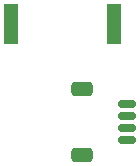
<source format=gbr>
%TF.GenerationSoftware,KiCad,Pcbnew,8.0.7*%
%TF.CreationDate,2025-01-22T04:17:01+01:00*%
%TF.ProjectId,beacon,62656163-6f6e-42e6-9b69-6361645f7063,rev?*%
%TF.SameCoordinates,Original*%
%TF.FileFunction,Paste,Bot*%
%TF.FilePolarity,Positive*%
%FSLAX46Y46*%
G04 Gerber Fmt 4.6, Leading zero omitted, Abs format (unit mm)*
G04 Created by KiCad (PCBNEW 8.0.7) date 2025-01-22 04:17:01*
%MOMM*%
%LPD*%
G01*
G04 APERTURE LIST*
G04 Aperture macros list*
%AMRoundRect*
0 Rectangle with rounded corners*
0 $1 Rounding radius*
0 $2 $3 $4 $5 $6 $7 $8 $9 X,Y pos of 4 corners*
0 Add a 4 corners polygon primitive as box body*
4,1,4,$2,$3,$4,$5,$6,$7,$8,$9,$2,$3,0*
0 Add four circle primitives for the rounded corners*
1,1,$1+$1,$2,$3*
1,1,$1+$1,$4,$5*
1,1,$1+$1,$6,$7*
1,1,$1+$1,$8,$9*
0 Add four rect primitives between the rounded corners*
20,1,$1+$1,$2,$3,$4,$5,0*
20,1,$1+$1,$4,$5,$6,$7,0*
20,1,$1+$1,$6,$7,$8,$9,0*
20,1,$1+$1,$8,$9,$2,$3,0*%
G04 Aperture macros list end*
%ADD10RoundRect,0.150000X0.625000X-0.150000X0.625000X0.150000X-0.625000X0.150000X-0.625000X-0.150000X0*%
%ADD11RoundRect,0.250000X0.650000X-0.350000X0.650000X0.350000X-0.650000X0.350000X-0.650000X-0.350000X0*%
%ADD12R,1.300000X3.400000*%
G04 APERTURE END LIST*
D10*
%TO.C,J1*%
X12500000Y8000000D03*
X12500000Y9000000D03*
X12500000Y10000000D03*
X12500000Y11000000D03*
D11*
X8625000Y6700000D03*
X8625000Y12300000D03*
%TD*%
D12*
%TO.C,BZ1*%
X11350000Y17800000D03*
X2650000Y17800000D03*
%TD*%
M02*

</source>
